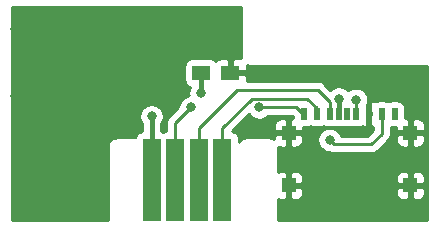
<source format=gtl>
G04 #@! TF.GenerationSoftware,KiCad,Pcbnew,(5.1.0)-1*
G04 #@! TF.CreationDate,2019-10-23T17:10:22-04:00*
G04 #@! TF.ProjectId,gc_sp2,67635f73-7032-42e6-9b69-6361645f7063,rev?*
G04 #@! TF.SameCoordinates,Original*
G04 #@! TF.FileFunction,Copper,L1,Top*
G04 #@! TF.FilePolarity,Positive*
%FSLAX46Y46*%
G04 Gerber Fmt 4.6, Leading zero omitted, Abs format (unit mm)*
G04 Created by KiCad (PCBNEW (5.1.0)-1) date 2019-10-23 17:10:22*
%MOMM*%
%LPD*%
G04 APERTURE LIST*
%ADD10R,1.500000X7.000000*%
%ADD11R,0.500000X1.000000*%
%ADD12R,1.200000X1.200000*%
%ADD13R,1.500000X1.250000*%
%ADD14C,0.800000*%
%ADD15C,0.400000*%
%ADD16C,0.250000*%
%ADD17C,0.254000*%
G04 APERTURE END LIST*
D10*
X75500000Y-115900000D03*
X77500000Y-115900000D03*
X79500000Y-115900000D03*
X81500000Y-115900000D03*
D11*
X96100000Y-110300000D03*
X95000000Y-110300000D03*
X93900000Y-110300000D03*
X92800000Y-110300000D03*
X92050000Y-110300000D03*
X91350000Y-110300000D03*
X90600000Y-110300000D03*
X89500000Y-110300000D03*
X88400000Y-110300000D03*
D12*
X87100000Y-111910000D03*
X87100000Y-116360000D03*
X97400000Y-111910000D03*
X97400000Y-116360000D03*
D13*
X79670000Y-106830000D03*
X82170000Y-106830000D03*
D14*
X75500000Y-110500000D03*
X91350000Y-109000000D03*
X79650000Y-108550000D03*
X64050000Y-116250000D03*
X70000000Y-116250000D03*
X63950000Y-108750000D03*
X70000000Y-108750000D03*
X63950000Y-103100000D03*
X70000000Y-103100000D03*
X77250000Y-103050000D03*
X84400000Y-112000000D03*
X92460000Y-111800000D03*
X83870000Y-106830000D03*
X84600000Y-109750000D03*
X78800000Y-109750000D03*
X92800000Y-109100000D03*
X90580000Y-112490000D03*
D15*
X75500000Y-110500000D02*
X75500000Y-116250000D01*
X91350000Y-109050000D02*
X91350000Y-110300000D01*
D16*
X79650000Y-106850000D02*
X79670000Y-106830000D01*
D15*
X79650000Y-108550000D02*
X79650000Y-106850000D01*
X82170000Y-106830000D02*
X83740000Y-106830000D01*
D16*
X83740000Y-106830000D02*
X83870000Y-106830000D01*
X88300000Y-110300000D02*
X88400000Y-110300000D01*
X84600000Y-109750000D02*
X87750000Y-109750000D01*
X87750000Y-109750000D02*
X88300000Y-110300000D01*
X77500000Y-111050000D02*
X77500000Y-116250000D01*
X78800000Y-109750000D02*
X77500000Y-111050000D01*
X92800000Y-109100000D02*
X92800000Y-110300000D01*
X90979999Y-112889999D02*
X90580000Y-112490000D01*
X94080001Y-112889999D02*
X90979999Y-112889999D01*
X95000000Y-110300000D02*
X95000000Y-111970000D01*
X95000000Y-111970000D02*
X94080001Y-112889999D01*
X79500000Y-111500000D02*
X82750000Y-108250000D01*
X79500000Y-116250000D02*
X79500000Y-111500000D01*
X90600000Y-110300000D02*
X90600000Y-109275000D01*
X89575000Y-108250000D02*
X82750000Y-108250000D01*
X90600000Y-109275000D02*
X89575000Y-108250000D01*
X89500000Y-109800000D02*
X89500000Y-110300000D01*
X88700000Y-109000000D02*
X89500000Y-109800000D01*
X84000000Y-109000000D02*
X88700000Y-109000000D01*
X81500000Y-116250000D02*
X81500000Y-111500000D01*
X81500000Y-111500000D02*
X84000000Y-109000000D01*
D17*
G36*
X83040000Y-105465123D02*
G01*
X83036565Y-105500000D01*
X83044363Y-105579176D01*
X82920000Y-105566928D01*
X82455750Y-105570000D01*
X82297000Y-105728750D01*
X82297000Y-106703000D01*
X83396250Y-106703000D01*
X83555000Y-106544250D01*
X83558072Y-106205000D01*
X83555912Y-106183072D01*
X83610816Y-106199727D01*
X83750000Y-106213435D01*
X83784877Y-106210000D01*
X98790000Y-106210000D01*
X98790001Y-119290000D01*
X86210000Y-119290000D01*
X86210000Y-117525010D01*
X86255820Y-117549502D01*
X86375518Y-117585812D01*
X86500000Y-117598072D01*
X86814250Y-117595000D01*
X86973000Y-117436250D01*
X86973000Y-116487000D01*
X87227000Y-116487000D01*
X87227000Y-117436250D01*
X87385750Y-117595000D01*
X87700000Y-117598072D01*
X87824482Y-117585812D01*
X87944180Y-117549502D01*
X88054494Y-117490537D01*
X88151185Y-117411185D01*
X88230537Y-117314494D01*
X88289502Y-117204180D01*
X88325812Y-117084482D01*
X88338072Y-116960000D01*
X96161928Y-116960000D01*
X96174188Y-117084482D01*
X96210498Y-117204180D01*
X96269463Y-117314494D01*
X96348815Y-117411185D01*
X96445506Y-117490537D01*
X96555820Y-117549502D01*
X96675518Y-117585812D01*
X96800000Y-117598072D01*
X97114250Y-117595000D01*
X97273000Y-117436250D01*
X97273000Y-116487000D01*
X97527000Y-116487000D01*
X97527000Y-117436250D01*
X97685750Y-117595000D01*
X98000000Y-117598072D01*
X98124482Y-117585812D01*
X98244180Y-117549502D01*
X98354494Y-117490537D01*
X98451185Y-117411185D01*
X98530537Y-117314494D01*
X98589502Y-117204180D01*
X98625812Y-117084482D01*
X98638072Y-116960000D01*
X98635000Y-116645750D01*
X98476250Y-116487000D01*
X97527000Y-116487000D01*
X97273000Y-116487000D01*
X96323750Y-116487000D01*
X96165000Y-116645750D01*
X96161928Y-116960000D01*
X88338072Y-116960000D01*
X88335000Y-116645750D01*
X88176250Y-116487000D01*
X87227000Y-116487000D01*
X86973000Y-116487000D01*
X86953000Y-116487000D01*
X86953000Y-116233000D01*
X86973000Y-116233000D01*
X86973000Y-115283750D01*
X87227000Y-115283750D01*
X87227000Y-116233000D01*
X88176250Y-116233000D01*
X88335000Y-116074250D01*
X88338072Y-115760000D01*
X96161928Y-115760000D01*
X96165000Y-116074250D01*
X96323750Y-116233000D01*
X97273000Y-116233000D01*
X97273000Y-115283750D01*
X97527000Y-115283750D01*
X97527000Y-116233000D01*
X98476250Y-116233000D01*
X98635000Y-116074250D01*
X98638072Y-115760000D01*
X98625812Y-115635518D01*
X98589502Y-115515820D01*
X98530537Y-115405506D01*
X98451185Y-115308815D01*
X98354494Y-115229463D01*
X98244180Y-115170498D01*
X98124482Y-115134188D01*
X98000000Y-115121928D01*
X97685750Y-115125000D01*
X97527000Y-115283750D01*
X97273000Y-115283750D01*
X97114250Y-115125000D01*
X96800000Y-115121928D01*
X96675518Y-115134188D01*
X96555820Y-115170498D01*
X96445506Y-115229463D01*
X96348815Y-115308815D01*
X96269463Y-115405506D01*
X96210498Y-115515820D01*
X96174188Y-115635518D01*
X96161928Y-115760000D01*
X88338072Y-115760000D01*
X88325812Y-115635518D01*
X88289502Y-115515820D01*
X88230537Y-115405506D01*
X88151185Y-115308815D01*
X88054494Y-115229463D01*
X87944180Y-115170498D01*
X87824482Y-115134188D01*
X87700000Y-115121928D01*
X87385750Y-115125000D01*
X87227000Y-115283750D01*
X86973000Y-115283750D01*
X86814250Y-115125000D01*
X86500000Y-115121928D01*
X86375518Y-115134188D01*
X86255820Y-115170498D01*
X86210000Y-115194990D01*
X86210000Y-113075010D01*
X86255820Y-113099502D01*
X86375518Y-113135812D01*
X86500000Y-113148072D01*
X86814250Y-113145000D01*
X86973000Y-112986250D01*
X86973000Y-112037000D01*
X87227000Y-112037000D01*
X87227000Y-112986250D01*
X87385750Y-113145000D01*
X87700000Y-113148072D01*
X87824482Y-113135812D01*
X87944180Y-113099502D01*
X88054494Y-113040537D01*
X88151185Y-112961185D01*
X88230537Y-112864494D01*
X88289502Y-112754180D01*
X88325812Y-112634482D01*
X88338072Y-112510000D01*
X88336880Y-112388061D01*
X89545000Y-112388061D01*
X89545000Y-112591939D01*
X89584774Y-112791898D01*
X89662795Y-112980256D01*
X89776063Y-113149774D01*
X89920226Y-113293937D01*
X90089744Y-113407205D01*
X90278102Y-113485226D01*
X90478061Y-113525000D01*
X90555774Y-113525000D01*
X90687752Y-113595545D01*
X90831013Y-113639002D01*
X90942666Y-113649999D01*
X90942676Y-113649999D01*
X90979998Y-113653675D01*
X91017321Y-113649999D01*
X94042679Y-113649999D01*
X94080001Y-113653675D01*
X94117323Y-113649999D01*
X94117334Y-113649999D01*
X94228987Y-113639002D01*
X94372248Y-113595545D01*
X94504277Y-113524973D01*
X94620002Y-113430000D01*
X94643804Y-113400997D01*
X95511003Y-112533799D01*
X95540001Y-112510001D01*
X95540001Y-112510000D01*
X96161928Y-112510000D01*
X96174188Y-112634482D01*
X96210498Y-112754180D01*
X96269463Y-112864494D01*
X96348815Y-112961185D01*
X96445506Y-113040537D01*
X96555820Y-113099502D01*
X96675518Y-113135812D01*
X96800000Y-113148072D01*
X97114250Y-113145000D01*
X97273000Y-112986250D01*
X97273000Y-112037000D01*
X97527000Y-112037000D01*
X97527000Y-112986250D01*
X97685750Y-113145000D01*
X98000000Y-113148072D01*
X98124482Y-113135812D01*
X98244180Y-113099502D01*
X98354494Y-113040537D01*
X98451185Y-112961185D01*
X98530537Y-112864494D01*
X98589502Y-112754180D01*
X98625812Y-112634482D01*
X98638072Y-112510000D01*
X98635000Y-112195750D01*
X98476250Y-112037000D01*
X97527000Y-112037000D01*
X97273000Y-112037000D01*
X96323750Y-112037000D01*
X96165000Y-112195750D01*
X96161928Y-112510000D01*
X95540001Y-112510000D01*
X95576339Y-112465723D01*
X95634974Y-112394277D01*
X95705546Y-112262247D01*
X95709564Y-112249002D01*
X95749003Y-112118986D01*
X95760000Y-112007333D01*
X95760000Y-112007324D01*
X95763676Y-111970001D01*
X95760000Y-111932678D01*
X95760000Y-111429208D01*
X95850000Y-111438072D01*
X96163180Y-111438072D01*
X96165000Y-111624250D01*
X96323750Y-111783000D01*
X97273000Y-111783000D01*
X97273000Y-110833750D01*
X97527000Y-110833750D01*
X97527000Y-111783000D01*
X98476250Y-111783000D01*
X98635000Y-111624250D01*
X98638072Y-111310000D01*
X98625812Y-111185518D01*
X98589502Y-111065820D01*
X98530537Y-110955506D01*
X98451185Y-110858815D01*
X98354494Y-110779463D01*
X98244180Y-110720498D01*
X98124482Y-110684188D01*
X98000000Y-110671928D01*
X97685750Y-110675000D01*
X97527000Y-110833750D01*
X97273000Y-110833750D01*
X97114250Y-110675000D01*
X96988072Y-110673767D01*
X96988072Y-109800000D01*
X96975812Y-109675518D01*
X96939502Y-109555820D01*
X96880537Y-109445506D01*
X96801185Y-109348815D01*
X96704494Y-109269463D01*
X96594180Y-109210498D01*
X96474482Y-109174188D01*
X96350000Y-109161928D01*
X95850000Y-109161928D01*
X95725518Y-109174188D01*
X95605820Y-109210498D01*
X95550000Y-109240335D01*
X95494180Y-109210498D01*
X95374482Y-109174188D01*
X95250000Y-109161928D01*
X94750000Y-109161928D01*
X94625518Y-109174188D01*
X94505820Y-109210498D01*
X94450110Y-109240276D01*
X94405579Y-109215350D01*
X94286609Y-109176723D01*
X94181750Y-109165000D01*
X94023000Y-109323750D01*
X94023000Y-110173000D01*
X94047000Y-110173000D01*
X94047000Y-110427000D01*
X94023000Y-110427000D01*
X94023000Y-111276250D01*
X94181750Y-111435000D01*
X94240001Y-111428488D01*
X94240001Y-111655197D01*
X93765200Y-112129999D01*
X91551159Y-112129999D01*
X91497205Y-111999744D01*
X91383937Y-111830226D01*
X91239774Y-111686063D01*
X91070256Y-111572795D01*
X90881898Y-111494774D01*
X90681939Y-111455000D01*
X90478061Y-111455000D01*
X90278102Y-111494774D01*
X90089744Y-111572795D01*
X89920226Y-111686063D01*
X89776063Y-111830226D01*
X89662795Y-111999744D01*
X89584774Y-112188102D01*
X89545000Y-112388061D01*
X88336880Y-112388061D01*
X88335000Y-112195750D01*
X88176250Y-112037000D01*
X87227000Y-112037000D01*
X86973000Y-112037000D01*
X86023750Y-112037000D01*
X85865000Y-112195750D01*
X85863111Y-112389026D01*
X85773020Y-112340872D01*
X85639184Y-112300273D01*
X85534877Y-112290000D01*
X85500000Y-112286565D01*
X85465123Y-112290000D01*
X83534877Y-112290000D01*
X83500000Y-112286565D01*
X83465123Y-112290000D01*
X83360816Y-112300273D01*
X83226980Y-112340872D01*
X83103637Y-112406800D01*
X82995525Y-112495525D01*
X82906800Y-112603637D01*
X82888072Y-112638675D01*
X82888072Y-112400000D01*
X82875812Y-112275518D01*
X82839502Y-112155820D01*
X82780537Y-112045506D01*
X82701185Y-111948815D01*
X82604494Y-111869463D01*
X82494180Y-111810498D01*
X82374482Y-111774188D01*
X82307236Y-111767565D01*
X82764801Y-111310000D01*
X85861928Y-111310000D01*
X85865000Y-111624250D01*
X86023750Y-111783000D01*
X86973000Y-111783000D01*
X86973000Y-110833750D01*
X86814250Y-110675000D01*
X86500000Y-110671928D01*
X86375518Y-110684188D01*
X86255820Y-110720498D01*
X86145506Y-110779463D01*
X86048815Y-110858815D01*
X85969463Y-110955506D01*
X85910498Y-111065820D01*
X85874188Y-111185518D01*
X85861928Y-111310000D01*
X82764801Y-111310000D01*
X83743578Y-110331224D01*
X83796063Y-110409774D01*
X83940226Y-110553937D01*
X84109744Y-110667205D01*
X84298102Y-110745226D01*
X84498061Y-110785000D01*
X84701939Y-110785000D01*
X84901898Y-110745226D01*
X85090256Y-110667205D01*
X85259774Y-110553937D01*
X85303711Y-110510000D01*
X87435198Y-110510000D01*
X87511928Y-110586730D01*
X87511928Y-110673767D01*
X87385750Y-110675000D01*
X87227000Y-110833750D01*
X87227000Y-111783000D01*
X88176250Y-111783000D01*
X88335000Y-111624250D01*
X88336820Y-111438072D01*
X88650000Y-111438072D01*
X88774482Y-111425812D01*
X88894180Y-111389502D01*
X88950000Y-111359665D01*
X89005820Y-111389502D01*
X89125518Y-111425812D01*
X89250000Y-111438072D01*
X89750000Y-111438072D01*
X89874482Y-111425812D01*
X89994180Y-111389502D01*
X90050000Y-111359665D01*
X90105820Y-111389502D01*
X90225518Y-111425812D01*
X90350000Y-111438072D01*
X90850000Y-111438072D01*
X90974482Y-111425812D01*
X90975000Y-111425655D01*
X90975518Y-111425812D01*
X91100000Y-111438072D01*
X91600000Y-111438072D01*
X91700000Y-111428223D01*
X91800000Y-111438072D01*
X92300000Y-111438072D01*
X92424482Y-111425812D01*
X92425000Y-111425655D01*
X92425518Y-111425812D01*
X92550000Y-111438072D01*
X93050000Y-111438072D01*
X93174482Y-111425812D01*
X93294180Y-111389502D01*
X93349890Y-111359724D01*
X93394421Y-111384650D01*
X93513391Y-111423277D01*
X93618250Y-111435000D01*
X93777000Y-111276250D01*
X93777000Y-110427000D01*
X93753000Y-110427000D01*
X93753000Y-110173000D01*
X93777000Y-110173000D01*
X93777000Y-109445899D01*
X93795226Y-109401898D01*
X93835000Y-109201939D01*
X93835000Y-108998061D01*
X93795226Y-108798102D01*
X93717205Y-108609744D01*
X93603937Y-108440226D01*
X93459774Y-108296063D01*
X93290256Y-108182795D01*
X93101898Y-108104774D01*
X92901939Y-108065000D01*
X92698061Y-108065000D01*
X92498102Y-108104774D01*
X92309744Y-108182795D01*
X92140226Y-108296063D01*
X92125000Y-108311289D01*
X92009774Y-108196063D01*
X91840256Y-108082795D01*
X91651898Y-108004774D01*
X91451939Y-107965000D01*
X91248061Y-107965000D01*
X91048102Y-108004774D01*
X90859744Y-108082795D01*
X90690226Y-108196063D01*
X90643045Y-108243244D01*
X90138804Y-107739002D01*
X90115001Y-107709999D01*
X89999276Y-107615026D01*
X89867247Y-107544454D01*
X89723986Y-107500997D01*
X89612333Y-107490000D01*
X89612322Y-107490000D01*
X89575000Y-107486324D01*
X89537678Y-107490000D01*
X83554625Y-107490000D01*
X83558072Y-107455000D01*
X83555000Y-107115750D01*
X83396250Y-106957000D01*
X82297000Y-106957000D01*
X82297000Y-106977000D01*
X82043000Y-106977000D01*
X82043000Y-106957000D01*
X82023000Y-106957000D01*
X82023000Y-106703000D01*
X82043000Y-106703000D01*
X82043000Y-105728750D01*
X81884250Y-105570000D01*
X81420000Y-105566928D01*
X81295518Y-105579188D01*
X81175820Y-105615498D01*
X81065506Y-105674463D01*
X80968815Y-105753815D01*
X80920000Y-105813296D01*
X80871185Y-105753815D01*
X80774494Y-105674463D01*
X80664180Y-105615498D01*
X80544482Y-105579188D01*
X80420000Y-105566928D01*
X78920000Y-105566928D01*
X78795518Y-105579188D01*
X78675820Y-105615498D01*
X78565506Y-105674463D01*
X78468815Y-105753815D01*
X78389463Y-105850506D01*
X78330498Y-105960820D01*
X78294188Y-106080518D01*
X78281928Y-106205000D01*
X78281928Y-107455000D01*
X78294188Y-107579482D01*
X78330498Y-107699180D01*
X78389463Y-107809494D01*
X78468815Y-107906185D01*
X78565506Y-107985537D01*
X78675820Y-108044502D01*
X78732044Y-108061557D01*
X78654774Y-108248102D01*
X78615000Y-108448061D01*
X78615000Y-108651939D01*
X78630227Y-108728493D01*
X78498102Y-108754774D01*
X78309744Y-108832795D01*
X78140226Y-108946063D01*
X77996063Y-109090226D01*
X77882795Y-109259744D01*
X77804774Y-109448102D01*
X77765000Y-109648061D01*
X77765000Y-109710198D01*
X76989003Y-110486196D01*
X76959999Y-110509999D01*
X76915948Y-110563676D01*
X76865026Y-110625724D01*
X76805909Y-110736323D01*
X76794454Y-110757754D01*
X76750997Y-110901015D01*
X76740000Y-111012668D01*
X76740000Y-111012678D01*
X76736324Y-111050000D01*
X76740000Y-111087323D01*
X76740000Y-111762913D01*
X76625518Y-111774188D01*
X76505820Y-111810498D01*
X76500000Y-111813609D01*
X76494180Y-111810498D01*
X76374482Y-111774188D01*
X76335000Y-111770299D01*
X76335000Y-111113285D01*
X76417205Y-110990256D01*
X76495226Y-110801898D01*
X76535000Y-110601939D01*
X76535000Y-110398061D01*
X76495226Y-110198102D01*
X76417205Y-110009744D01*
X76303937Y-109840226D01*
X76159774Y-109696063D01*
X75990256Y-109582795D01*
X75801898Y-109504774D01*
X75601939Y-109465000D01*
X75398061Y-109465000D01*
X75198102Y-109504774D01*
X75009744Y-109582795D01*
X74840226Y-109696063D01*
X74696063Y-109840226D01*
X74582795Y-110009744D01*
X74504774Y-110198102D01*
X74465000Y-110398061D01*
X74465000Y-110601939D01*
X74504774Y-110801898D01*
X74582795Y-110990256D01*
X74665000Y-111113285D01*
X74665000Y-111770299D01*
X74625518Y-111774188D01*
X74505820Y-111810498D01*
X74395506Y-111869463D01*
X74298815Y-111948815D01*
X74219463Y-112045506D01*
X74160498Y-112155820D01*
X74124188Y-112275518D01*
X74122762Y-112290000D01*
X72534877Y-112290000D01*
X72500000Y-112286565D01*
X72465123Y-112290000D01*
X72360816Y-112300273D01*
X72226980Y-112340872D01*
X72103637Y-112406800D01*
X71995525Y-112495525D01*
X71906800Y-112603637D01*
X71840872Y-112726980D01*
X71800273Y-112860816D01*
X71786565Y-113000000D01*
X71790001Y-113034887D01*
X71790000Y-119290000D01*
X63710000Y-119290000D01*
X63710000Y-101210000D01*
X83040001Y-101210000D01*
X83040000Y-105465123D01*
X83040000Y-105465123D01*
G37*
X83040000Y-105465123D02*
X83036565Y-105500000D01*
X83044363Y-105579176D01*
X82920000Y-105566928D01*
X82455750Y-105570000D01*
X82297000Y-105728750D01*
X82297000Y-106703000D01*
X83396250Y-106703000D01*
X83555000Y-106544250D01*
X83558072Y-106205000D01*
X83555912Y-106183072D01*
X83610816Y-106199727D01*
X83750000Y-106213435D01*
X83784877Y-106210000D01*
X98790000Y-106210000D01*
X98790001Y-119290000D01*
X86210000Y-119290000D01*
X86210000Y-117525010D01*
X86255820Y-117549502D01*
X86375518Y-117585812D01*
X86500000Y-117598072D01*
X86814250Y-117595000D01*
X86973000Y-117436250D01*
X86973000Y-116487000D01*
X87227000Y-116487000D01*
X87227000Y-117436250D01*
X87385750Y-117595000D01*
X87700000Y-117598072D01*
X87824482Y-117585812D01*
X87944180Y-117549502D01*
X88054494Y-117490537D01*
X88151185Y-117411185D01*
X88230537Y-117314494D01*
X88289502Y-117204180D01*
X88325812Y-117084482D01*
X88338072Y-116960000D01*
X96161928Y-116960000D01*
X96174188Y-117084482D01*
X96210498Y-117204180D01*
X96269463Y-117314494D01*
X96348815Y-117411185D01*
X96445506Y-117490537D01*
X96555820Y-117549502D01*
X96675518Y-117585812D01*
X96800000Y-117598072D01*
X97114250Y-117595000D01*
X97273000Y-117436250D01*
X97273000Y-116487000D01*
X97527000Y-116487000D01*
X97527000Y-117436250D01*
X97685750Y-117595000D01*
X98000000Y-117598072D01*
X98124482Y-117585812D01*
X98244180Y-117549502D01*
X98354494Y-117490537D01*
X98451185Y-117411185D01*
X98530537Y-117314494D01*
X98589502Y-117204180D01*
X98625812Y-117084482D01*
X98638072Y-116960000D01*
X98635000Y-116645750D01*
X98476250Y-116487000D01*
X97527000Y-116487000D01*
X97273000Y-116487000D01*
X96323750Y-116487000D01*
X96165000Y-116645750D01*
X96161928Y-116960000D01*
X88338072Y-116960000D01*
X88335000Y-116645750D01*
X88176250Y-116487000D01*
X87227000Y-116487000D01*
X86973000Y-116487000D01*
X86953000Y-116487000D01*
X86953000Y-116233000D01*
X86973000Y-116233000D01*
X86973000Y-115283750D01*
X87227000Y-115283750D01*
X87227000Y-116233000D01*
X88176250Y-116233000D01*
X88335000Y-116074250D01*
X88338072Y-115760000D01*
X96161928Y-115760000D01*
X96165000Y-116074250D01*
X96323750Y-116233000D01*
X97273000Y-116233000D01*
X97273000Y-115283750D01*
X97527000Y-115283750D01*
X97527000Y-116233000D01*
X98476250Y-116233000D01*
X98635000Y-116074250D01*
X98638072Y-115760000D01*
X98625812Y-115635518D01*
X98589502Y-115515820D01*
X98530537Y-115405506D01*
X98451185Y-115308815D01*
X98354494Y-115229463D01*
X98244180Y-115170498D01*
X98124482Y-115134188D01*
X98000000Y-115121928D01*
X97685750Y-115125000D01*
X97527000Y-115283750D01*
X97273000Y-115283750D01*
X97114250Y-115125000D01*
X96800000Y-115121928D01*
X96675518Y-115134188D01*
X96555820Y-115170498D01*
X96445506Y-115229463D01*
X96348815Y-115308815D01*
X96269463Y-115405506D01*
X96210498Y-115515820D01*
X96174188Y-115635518D01*
X96161928Y-115760000D01*
X88338072Y-115760000D01*
X88325812Y-115635518D01*
X88289502Y-115515820D01*
X88230537Y-115405506D01*
X88151185Y-115308815D01*
X88054494Y-115229463D01*
X87944180Y-115170498D01*
X87824482Y-115134188D01*
X87700000Y-115121928D01*
X87385750Y-115125000D01*
X87227000Y-115283750D01*
X86973000Y-115283750D01*
X86814250Y-115125000D01*
X86500000Y-115121928D01*
X86375518Y-115134188D01*
X86255820Y-115170498D01*
X86210000Y-115194990D01*
X86210000Y-113075010D01*
X86255820Y-113099502D01*
X86375518Y-113135812D01*
X86500000Y-113148072D01*
X86814250Y-113145000D01*
X86973000Y-112986250D01*
X86973000Y-112037000D01*
X87227000Y-112037000D01*
X87227000Y-112986250D01*
X87385750Y-113145000D01*
X87700000Y-113148072D01*
X87824482Y-113135812D01*
X87944180Y-113099502D01*
X88054494Y-113040537D01*
X88151185Y-112961185D01*
X88230537Y-112864494D01*
X88289502Y-112754180D01*
X88325812Y-112634482D01*
X88338072Y-112510000D01*
X88336880Y-112388061D01*
X89545000Y-112388061D01*
X89545000Y-112591939D01*
X89584774Y-112791898D01*
X89662795Y-112980256D01*
X89776063Y-113149774D01*
X89920226Y-113293937D01*
X90089744Y-113407205D01*
X90278102Y-113485226D01*
X90478061Y-113525000D01*
X90555774Y-113525000D01*
X90687752Y-113595545D01*
X90831013Y-113639002D01*
X90942666Y-113649999D01*
X90942676Y-113649999D01*
X90979998Y-113653675D01*
X91017321Y-113649999D01*
X94042679Y-113649999D01*
X94080001Y-113653675D01*
X94117323Y-113649999D01*
X94117334Y-113649999D01*
X94228987Y-113639002D01*
X94372248Y-113595545D01*
X94504277Y-113524973D01*
X94620002Y-113430000D01*
X94643804Y-113400997D01*
X95511003Y-112533799D01*
X95540001Y-112510001D01*
X95540001Y-112510000D01*
X96161928Y-112510000D01*
X96174188Y-112634482D01*
X96210498Y-112754180D01*
X96269463Y-112864494D01*
X96348815Y-112961185D01*
X96445506Y-113040537D01*
X96555820Y-113099502D01*
X96675518Y-113135812D01*
X96800000Y-113148072D01*
X97114250Y-113145000D01*
X97273000Y-112986250D01*
X97273000Y-112037000D01*
X97527000Y-112037000D01*
X97527000Y-112986250D01*
X97685750Y-113145000D01*
X98000000Y-113148072D01*
X98124482Y-113135812D01*
X98244180Y-113099502D01*
X98354494Y-113040537D01*
X98451185Y-112961185D01*
X98530537Y-112864494D01*
X98589502Y-112754180D01*
X98625812Y-112634482D01*
X98638072Y-112510000D01*
X98635000Y-112195750D01*
X98476250Y-112037000D01*
X97527000Y-112037000D01*
X97273000Y-112037000D01*
X96323750Y-112037000D01*
X96165000Y-112195750D01*
X96161928Y-112510000D01*
X95540001Y-112510000D01*
X95576339Y-112465723D01*
X95634974Y-112394277D01*
X95705546Y-112262247D01*
X95709564Y-112249002D01*
X95749003Y-112118986D01*
X95760000Y-112007333D01*
X95760000Y-112007324D01*
X95763676Y-111970001D01*
X95760000Y-111932678D01*
X95760000Y-111429208D01*
X95850000Y-111438072D01*
X96163180Y-111438072D01*
X96165000Y-111624250D01*
X96323750Y-111783000D01*
X97273000Y-111783000D01*
X97273000Y-110833750D01*
X97527000Y-110833750D01*
X97527000Y-111783000D01*
X98476250Y-111783000D01*
X98635000Y-111624250D01*
X98638072Y-111310000D01*
X98625812Y-111185518D01*
X98589502Y-111065820D01*
X98530537Y-110955506D01*
X98451185Y-110858815D01*
X98354494Y-110779463D01*
X98244180Y-110720498D01*
X98124482Y-110684188D01*
X98000000Y-110671928D01*
X97685750Y-110675000D01*
X97527000Y-110833750D01*
X97273000Y-110833750D01*
X97114250Y-110675000D01*
X96988072Y-110673767D01*
X96988072Y-109800000D01*
X96975812Y-109675518D01*
X96939502Y-109555820D01*
X96880537Y-109445506D01*
X96801185Y-109348815D01*
X96704494Y-109269463D01*
X96594180Y-109210498D01*
X96474482Y-109174188D01*
X96350000Y-109161928D01*
X95850000Y-109161928D01*
X95725518Y-109174188D01*
X95605820Y-109210498D01*
X95550000Y-109240335D01*
X95494180Y-109210498D01*
X95374482Y-109174188D01*
X95250000Y-109161928D01*
X94750000Y-109161928D01*
X94625518Y-109174188D01*
X94505820Y-109210498D01*
X94450110Y-109240276D01*
X94405579Y-109215350D01*
X94286609Y-109176723D01*
X94181750Y-109165000D01*
X94023000Y-109323750D01*
X94023000Y-110173000D01*
X94047000Y-110173000D01*
X94047000Y-110427000D01*
X94023000Y-110427000D01*
X94023000Y-111276250D01*
X94181750Y-111435000D01*
X94240001Y-111428488D01*
X94240001Y-111655197D01*
X93765200Y-112129999D01*
X91551159Y-112129999D01*
X91497205Y-111999744D01*
X91383937Y-111830226D01*
X91239774Y-111686063D01*
X91070256Y-111572795D01*
X90881898Y-111494774D01*
X90681939Y-111455000D01*
X90478061Y-111455000D01*
X90278102Y-111494774D01*
X90089744Y-111572795D01*
X89920226Y-111686063D01*
X89776063Y-111830226D01*
X89662795Y-111999744D01*
X89584774Y-112188102D01*
X89545000Y-112388061D01*
X88336880Y-112388061D01*
X88335000Y-112195750D01*
X88176250Y-112037000D01*
X87227000Y-112037000D01*
X86973000Y-112037000D01*
X86023750Y-112037000D01*
X85865000Y-112195750D01*
X85863111Y-112389026D01*
X85773020Y-112340872D01*
X85639184Y-112300273D01*
X85534877Y-112290000D01*
X85500000Y-112286565D01*
X85465123Y-112290000D01*
X83534877Y-112290000D01*
X83500000Y-112286565D01*
X83465123Y-112290000D01*
X83360816Y-112300273D01*
X83226980Y-112340872D01*
X83103637Y-112406800D01*
X82995525Y-112495525D01*
X82906800Y-112603637D01*
X82888072Y-112638675D01*
X82888072Y-112400000D01*
X82875812Y-112275518D01*
X82839502Y-112155820D01*
X82780537Y-112045506D01*
X82701185Y-111948815D01*
X82604494Y-111869463D01*
X82494180Y-111810498D01*
X82374482Y-111774188D01*
X82307236Y-111767565D01*
X82764801Y-111310000D01*
X85861928Y-111310000D01*
X85865000Y-111624250D01*
X86023750Y-111783000D01*
X86973000Y-111783000D01*
X86973000Y-110833750D01*
X86814250Y-110675000D01*
X86500000Y-110671928D01*
X86375518Y-110684188D01*
X86255820Y-110720498D01*
X86145506Y-110779463D01*
X86048815Y-110858815D01*
X85969463Y-110955506D01*
X85910498Y-111065820D01*
X85874188Y-111185518D01*
X85861928Y-111310000D01*
X82764801Y-111310000D01*
X83743578Y-110331224D01*
X83796063Y-110409774D01*
X83940226Y-110553937D01*
X84109744Y-110667205D01*
X84298102Y-110745226D01*
X84498061Y-110785000D01*
X84701939Y-110785000D01*
X84901898Y-110745226D01*
X85090256Y-110667205D01*
X85259774Y-110553937D01*
X85303711Y-110510000D01*
X87435198Y-110510000D01*
X87511928Y-110586730D01*
X87511928Y-110673767D01*
X87385750Y-110675000D01*
X87227000Y-110833750D01*
X87227000Y-111783000D01*
X88176250Y-111783000D01*
X88335000Y-111624250D01*
X88336820Y-111438072D01*
X88650000Y-111438072D01*
X88774482Y-111425812D01*
X88894180Y-111389502D01*
X88950000Y-111359665D01*
X89005820Y-111389502D01*
X89125518Y-111425812D01*
X89250000Y-111438072D01*
X89750000Y-111438072D01*
X89874482Y-111425812D01*
X89994180Y-111389502D01*
X90050000Y-111359665D01*
X90105820Y-111389502D01*
X90225518Y-111425812D01*
X90350000Y-111438072D01*
X90850000Y-111438072D01*
X90974482Y-111425812D01*
X90975000Y-111425655D01*
X90975518Y-111425812D01*
X91100000Y-111438072D01*
X91600000Y-111438072D01*
X91700000Y-111428223D01*
X91800000Y-111438072D01*
X92300000Y-111438072D01*
X92424482Y-111425812D01*
X92425000Y-111425655D01*
X92425518Y-111425812D01*
X92550000Y-111438072D01*
X93050000Y-111438072D01*
X93174482Y-111425812D01*
X93294180Y-111389502D01*
X93349890Y-111359724D01*
X93394421Y-111384650D01*
X93513391Y-111423277D01*
X93618250Y-111435000D01*
X93777000Y-111276250D01*
X93777000Y-110427000D01*
X93753000Y-110427000D01*
X93753000Y-110173000D01*
X93777000Y-110173000D01*
X93777000Y-109445899D01*
X93795226Y-109401898D01*
X93835000Y-109201939D01*
X93835000Y-108998061D01*
X93795226Y-108798102D01*
X93717205Y-108609744D01*
X93603937Y-108440226D01*
X93459774Y-108296063D01*
X93290256Y-108182795D01*
X93101898Y-108104774D01*
X92901939Y-108065000D01*
X92698061Y-108065000D01*
X92498102Y-108104774D01*
X92309744Y-108182795D01*
X92140226Y-108296063D01*
X92125000Y-108311289D01*
X92009774Y-108196063D01*
X91840256Y-108082795D01*
X91651898Y-108004774D01*
X91451939Y-107965000D01*
X91248061Y-107965000D01*
X91048102Y-108004774D01*
X90859744Y-108082795D01*
X90690226Y-108196063D01*
X90643045Y-108243244D01*
X90138804Y-107739002D01*
X90115001Y-107709999D01*
X89999276Y-107615026D01*
X89867247Y-107544454D01*
X89723986Y-107500997D01*
X89612333Y-107490000D01*
X89612322Y-107490000D01*
X89575000Y-107486324D01*
X89537678Y-107490000D01*
X83554625Y-107490000D01*
X83558072Y-107455000D01*
X83555000Y-107115750D01*
X83396250Y-106957000D01*
X82297000Y-106957000D01*
X82297000Y-106977000D01*
X82043000Y-106977000D01*
X82043000Y-106957000D01*
X82023000Y-106957000D01*
X82023000Y-106703000D01*
X82043000Y-106703000D01*
X82043000Y-105728750D01*
X81884250Y-105570000D01*
X81420000Y-105566928D01*
X81295518Y-105579188D01*
X81175820Y-105615498D01*
X81065506Y-105674463D01*
X80968815Y-105753815D01*
X80920000Y-105813296D01*
X80871185Y-105753815D01*
X80774494Y-105674463D01*
X80664180Y-105615498D01*
X80544482Y-105579188D01*
X80420000Y-105566928D01*
X78920000Y-105566928D01*
X78795518Y-105579188D01*
X78675820Y-105615498D01*
X78565506Y-105674463D01*
X78468815Y-105753815D01*
X78389463Y-105850506D01*
X78330498Y-105960820D01*
X78294188Y-106080518D01*
X78281928Y-106205000D01*
X78281928Y-107455000D01*
X78294188Y-107579482D01*
X78330498Y-107699180D01*
X78389463Y-107809494D01*
X78468815Y-107906185D01*
X78565506Y-107985537D01*
X78675820Y-108044502D01*
X78732044Y-108061557D01*
X78654774Y-108248102D01*
X78615000Y-108448061D01*
X78615000Y-108651939D01*
X78630227Y-108728493D01*
X78498102Y-108754774D01*
X78309744Y-108832795D01*
X78140226Y-108946063D01*
X77996063Y-109090226D01*
X77882795Y-109259744D01*
X77804774Y-109448102D01*
X77765000Y-109648061D01*
X77765000Y-109710198D01*
X76989003Y-110486196D01*
X76959999Y-110509999D01*
X76915948Y-110563676D01*
X76865026Y-110625724D01*
X76805909Y-110736323D01*
X76794454Y-110757754D01*
X76750997Y-110901015D01*
X76740000Y-111012668D01*
X76740000Y-111012678D01*
X76736324Y-111050000D01*
X76740000Y-111087323D01*
X76740000Y-111762913D01*
X76625518Y-111774188D01*
X76505820Y-111810498D01*
X76500000Y-111813609D01*
X76494180Y-111810498D01*
X76374482Y-111774188D01*
X76335000Y-111770299D01*
X76335000Y-111113285D01*
X76417205Y-110990256D01*
X76495226Y-110801898D01*
X76535000Y-110601939D01*
X76535000Y-110398061D01*
X76495226Y-110198102D01*
X76417205Y-110009744D01*
X76303937Y-109840226D01*
X76159774Y-109696063D01*
X75990256Y-109582795D01*
X75801898Y-109504774D01*
X75601939Y-109465000D01*
X75398061Y-109465000D01*
X75198102Y-109504774D01*
X75009744Y-109582795D01*
X74840226Y-109696063D01*
X74696063Y-109840226D01*
X74582795Y-110009744D01*
X74504774Y-110198102D01*
X74465000Y-110398061D01*
X74465000Y-110601939D01*
X74504774Y-110801898D01*
X74582795Y-110990256D01*
X74665000Y-111113285D01*
X74665000Y-111770299D01*
X74625518Y-111774188D01*
X74505820Y-111810498D01*
X74395506Y-111869463D01*
X74298815Y-111948815D01*
X74219463Y-112045506D01*
X74160498Y-112155820D01*
X74124188Y-112275518D01*
X74122762Y-112290000D01*
X72534877Y-112290000D01*
X72500000Y-112286565D01*
X72465123Y-112290000D01*
X72360816Y-112300273D01*
X72226980Y-112340872D01*
X72103637Y-112406800D01*
X71995525Y-112495525D01*
X71906800Y-112603637D01*
X71840872Y-112726980D01*
X71800273Y-112860816D01*
X71786565Y-113000000D01*
X71790001Y-113034887D01*
X71790000Y-119290000D01*
X63710000Y-119290000D01*
X63710000Y-101210000D01*
X83040001Y-101210000D01*
X83040000Y-105465123D01*
M02*

</source>
